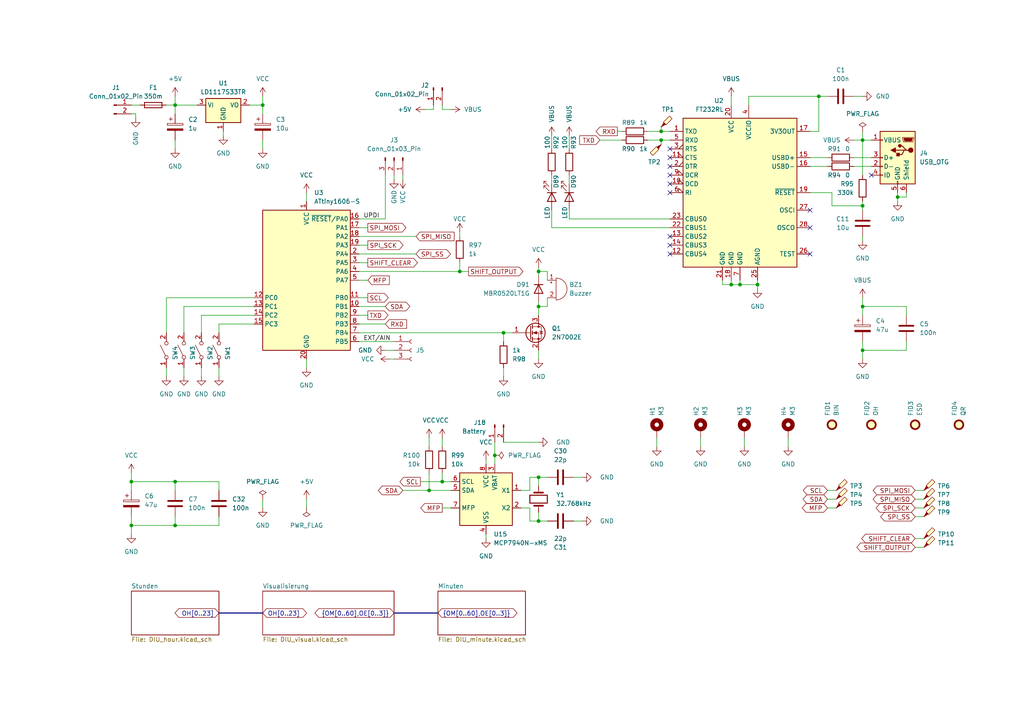
<source format=kicad_sch>
(kicad_sch (version 20230121) (generator eeschema)
  (paper "A4")
  (title_block (title "${acronym} - ${title}") (date "${date}") (rev "${revision}") (company "${company}") (comment 1 "${creator}") (comment 2 "${license}"))
  (junction (at 76.2 30.48))
  (junction (at 156.21 138.43))
  (junction (at 250.19 101.6))
  (junction (at 156.21 88.9))
  (junction (at 250.19 40.64))
  (junction (at 250.19 59.69))
  (junction (at 260.35 57.15))
  (junction (at 156.21 151.13))
  (junction (at 124.46 142.24))
  (junction (at 50.8 30.48))
  (junction (at 191.77 38.1))
  (junction (at 156.21 78.74))
  (junction (at 250.19 88.9))
  (junction (at 143.51 132.08))
  (junction (at 133.35 78.74))
  (junction (at 191.77 40.64))
  (junction (at 50.8 139.7))
  (junction (at 237.49 27.94))
  (junction (at 146.05 96.52))
  (junction (at 128.27 139.7))
  (junction (at 50.8 152.4))
  (junction (at 219.71 82.55))
  (junction (at 38.1 139.7))
  (junction (at 38.1 152.4))
  (junction (at 214.63 82.55))
  (junction (at 212.09 82.55))
  (no_connect (at 194.31 71.12))
  (no_connect (at 194.31 68.58))
  (no_connect (at 234.95 66.04))
  (no_connect (at 194.31 53.34))
  (no_connect (at 194.31 55.88))
  (no_connect (at 194.31 43.18))
  (no_connect (at 194.31 48.26))
  (no_connect (at 194.31 45.72))
  (no_connect (at 234.95 73.66))
  (no_connect (at 234.95 60.96))
  (no_connect (at 194.31 73.66))
  (no_connect (at 252.73 50.8))
  (no_connect (at 194.31 50.8))
  (wire (pts (xy 63.5 106.68) (xy 63.5 109.22)))
  (wire (pts (xy 133.35 78.74) (xy 135.89 78.74)))
  (wire (pts (xy 124.46 127) (xy 124.46 129.54)))
  (wire (pts (xy 156.21 77.47) (xy 156.21 78.74)))
  (wire (pts (xy 209.55 82.55) (xy 212.09 82.55)))
  (wire (pts (xy 240.03 142.24) (xy 242.57 142.24)))
  (wire (pts (xy 38.1 30.48) (xy 40.64 30.48)))
  (wire (pts (xy 128.27 127) (xy 128.27 129.54)))
  (wire (pts (xy 234.95 38.1) (xy 237.49 38.1)))
  (wire (pts (xy 146.05 128.27) (xy 156.21 128.27)))
  (wire (pts (xy 265.43 142.24) (xy 267.97 142.24)))
  (bus (pts (xy 114.3 177.8) (xy 127 177.8)))
  (wire (pts (xy 237.49 27.94) (xy 217.17 27.94)))
  (wire (pts (xy 250.19 101.6) (xy 250.19 99.06)))
  (wire (pts (xy 187.96 40.64) (xy 191.77 40.64)))
  (wire (pts (xy 38.1 137.16) (xy 38.1 139.7)))
  (wire (pts (xy 165.1 53.34) (xy 165.1 50.8)))
  (wire (pts (xy 38.1 149.86) (xy 38.1 152.4)))
  (wire (pts (xy 125.73 30.48) (xy 125.73 31.75)))
  (wire (pts (xy 250.19 40.64) (xy 252.73 40.64)))
  (wire (pts (xy 128.27 30.48) (xy 128.27 31.75)))
  (wire (pts (xy 104.14 93.98) (xy 111.76 93.98)))
  (wire (pts (xy 247.65 45.72) (xy 252.73 45.72)))
  (wire (pts (xy 53.34 106.68) (xy 53.34 109.22)))
  (wire (pts (xy 250.19 86.36) (xy 250.19 88.9)))
  (wire (pts (xy 151.13 147.32) (xy 153.67 147.32)))
  (wire (pts (xy 88.9 55.88) (xy 88.9 58.42)))
  (wire (pts (xy 212.09 27.94) (xy 212.09 30.48)))
  (wire (pts (xy 50.8 30.48) (xy 57.15 30.48)))
  (wire (pts (xy 191.77 38.1) (xy 194.31 38.1)))
  (wire (pts (xy 156.21 138.43) (xy 158.75 138.43)))
  (wire (pts (xy 165.1 43.18) (xy 165.1 39.37)))
  (wire (pts (xy 234.95 55.88) (xy 241.3 55.88)))
  (wire (pts (xy 212.09 82.55) (xy 214.63 82.55)))
  (wire (pts (xy 240.03 27.94) (xy 237.49 27.94)))
  (wire (pts (xy 73.66 91.44) (xy 58.42 91.44)))
  (wire (pts (xy 260.35 55.88) (xy 260.35 57.15)))
  (wire (pts (xy 250.19 88.9) (xy 250.19 91.44)))
  (wire (pts (xy 111.76 50.8) (xy 111.76 63.5)))
  (wire (pts (xy 76.2 144.78) (xy 76.2 147.32)))
  (wire (pts (xy 179.07 38.1) (xy 180.34 38.1)))
  (wire (pts (xy 203.2 127) (xy 203.2 129.54)))
  (wire (pts (xy 38.1 152.4) (xy 50.8 152.4)))
  (wire (pts (xy 104.14 73.66) (xy 120.65 73.66)))
  (wire (pts (xy 140.97 133.35) (xy 140.97 134.62)))
  (wire (pts (xy 158.75 78.74) (xy 156.21 78.74)))
  (wire (pts (xy 128.27 139.7) (xy 130.81 139.7)))
  (wire (pts (xy 123.19 31.75) (xy 125.73 31.75)))
  (wire (pts (xy 76.2 27.94) (xy 76.2 30.48)))
  (wire (pts (xy 116.84 142.24) (xy 124.46 142.24)))
  (wire (pts (xy 73.66 86.36) (xy 48.26 86.36)))
  (wire (pts (xy 88.9 144.78) (xy 88.9 147.32)))
  (wire (pts (xy 250.19 101.6) (xy 250.19 104.14)))
  (wire (pts (xy 111.76 101.6) (xy 114.3 101.6)))
  (wire (pts (xy 116.84 50.8) (xy 116.84 52.07)))
  (wire (pts (xy 156.21 88.9) (xy 156.21 91.44)))
  (wire (pts (xy 265.43 158.75) (xy 267.97 158.75)))
  (wire (pts (xy 250.19 38.1) (xy 250.19 40.64)))
  (wire (pts (xy 234.95 48.26) (xy 240.03 48.26)))
  (wire (pts (xy 214.63 82.55) (xy 219.71 82.55)))
  (wire (pts (xy 219.71 82.55) (xy 219.71 83.82)))
  (wire (pts (xy 114.3 50.8) (xy 114.3 52.07)))
  (wire (pts (xy 58.42 106.68) (xy 58.42 109.22)))
  (wire (pts (xy 64.77 38.1) (xy 64.77 39.37)))
  (wire (pts (xy 156.21 78.74) (xy 156.21 80.01)))
  (wire (pts (xy 241.3 55.88) (xy 241.3 59.69)))
  (wire (pts (xy 250.19 27.94) (xy 247.65 27.94)))
  (wire (pts (xy 104.14 91.44) (xy 106.68 91.44)))
  (wire (pts (xy 39.37 34.29) (xy 39.37 33.02)))
  (wire (pts (xy 237.49 38.1) (xy 237.49 27.94)))
  (wire (pts (xy 209.55 81.28) (xy 209.55 82.55)))
  (wire (pts (xy 190.5 127) (xy 190.5 129.54)))
  (wire (pts (xy 104.14 71.12) (xy 106.68 71.12)))
  (wire (pts (xy 76.2 40.64) (xy 76.2 43.18)))
  (wire (pts (xy 73.66 88.9) (xy 53.34 88.9)))
  (wire (pts (xy 143.51 132.08) (xy 143.51 134.62)))
  (wire (pts (xy 191.77 40.64) (xy 194.31 40.64)))
  (wire (pts (xy 38.1 139.7) (xy 50.8 139.7)))
  (wire (pts (xy 262.89 88.9) (xy 250.19 88.9)))
  (wire (pts (xy 104.14 99.06) (xy 114.3 99.06)))
  (wire (pts (xy 247.65 48.26) (xy 252.73 48.26)))
  (wire (pts (xy 247.65 40.64) (xy 250.19 40.64)))
  (wire (pts (xy 250.19 68.58) (xy 250.19 69.85)))
  (wire (pts (xy 156.21 151.13) (xy 158.75 151.13)))
  (wire (pts (xy 38.1 142.24) (xy 38.1 139.7)))
  (wire (pts (xy 63.5 93.98) (xy 73.66 93.98)))
  (wire (pts (xy 104.14 81.28) (xy 106.68 81.28)))
  (wire (pts (xy 265.43 144.78) (xy 267.97 144.78)))
  (wire (pts (xy 146.05 96.52) (xy 146.05 99.06)))
  (wire (pts (xy 160.02 66.04) (xy 160.02 60.96)))
  (wire (pts (xy 160.02 43.18) (xy 160.02 39.37)))
  (wire (pts (xy 50.8 27.94) (xy 50.8 30.48)))
  (wire (pts (xy 72.39 30.48) (xy 76.2 30.48)))
  (wire (pts (xy 194.31 66.04) (xy 160.02 66.04)))
  (wire (pts (xy 228.6 127) (xy 228.6 129.54)))
  (wire (pts (xy 156.21 138.43) (xy 156.21 140.97)))
  (wire (pts (xy 113.03 104.14) (xy 114.3 104.14)))
  (wire (pts (xy 48.26 86.36) (xy 48.26 96.52)))
  (wire (pts (xy 104.14 63.5) (xy 111.76 63.5)))
  (wire (pts (xy 260.35 57.15) (xy 262.89 57.15)))
  (wire (pts (xy 153.67 138.43) (xy 153.67 142.24)))
  (wire (pts (xy 146.05 96.52) (xy 148.59 96.52)))
  (wire (pts (xy 158.75 78.74) (xy 158.75 81.28)))
  (wire (pts (xy 265.43 149.86) (xy 267.97 149.86)))
  (wire (pts (xy 50.8 40.64) (xy 50.8 43.18)))
  (wire (pts (xy 50.8 149.86) (xy 50.8 152.4)))
  (wire (pts (xy 63.5 149.86) (xy 63.5 152.4)))
  (wire (pts (xy 265.43 156.21) (xy 267.97 156.21)))
  (wire (pts (xy 214.63 81.28) (xy 214.63 82.55)))
  (wire (pts (xy 240.03 147.32) (xy 242.57 147.32)))
  (wire (pts (xy 128.27 147.32) (xy 130.81 147.32)))
  (wire (pts (xy 260.35 57.15) (xy 260.35 58.42)))
  (wire (pts (xy 58.42 91.44) (xy 58.42 96.52)))
  (wire (pts (xy 130.81 31.75) (xy 128.27 31.75)))
  (wire (pts (xy 166.37 151.13) (xy 168.91 151.13)))
  (wire (pts (xy 187.96 38.1) (xy 191.77 38.1)))
  (wire (pts (xy 50.8 139.7) (xy 63.5 139.7)))
  (wire (pts (xy 38.1 152.4) (xy 38.1 154.94)))
  (wire (pts (xy 104.14 88.9) (xy 111.76 88.9)))
  (wire (pts (xy 250.19 59.69) (xy 250.19 60.96)))
  (wire (pts (xy 104.14 66.04) (xy 106.68 66.04)))
  (wire (pts (xy 63.5 96.52) (xy 63.5 93.98)))
  (wire (pts (xy 156.21 148.59) (xy 156.21 151.13)))
  (wire (pts (xy 50.8 139.7) (xy 50.8 142.24)))
  (wire (pts (xy 133.35 68.58) (xy 133.35 67.31)))
  (wire (pts (xy 219.71 81.28) (xy 219.71 82.55)))
  (wire (pts (xy 173.99 40.64) (xy 180.34 40.64)))
  (wire (pts (xy 165.1 60.96) (xy 165.1 63.5)))
  (wire (pts (xy 53.34 88.9) (xy 53.34 96.52)))
  (wire (pts (xy 76.2 30.48) (xy 76.2 33.02)))
  (wire (pts (xy 166.37 138.43) (xy 168.91 138.43)))
  (wire (pts (xy 153.67 147.32) (xy 153.67 151.13)))
  (wire (pts (xy 215.9 127) (xy 215.9 129.54)))
  (wire (pts (xy 217.17 27.94) (xy 217.17 30.48)))
  (wire (pts (xy 160.02 53.34) (xy 160.02 50.8)))
  (wire (pts (xy 128.27 137.16) (xy 128.27 139.7)))
  (wire (pts (xy 262.89 91.44) (xy 262.89 88.9)))
  (wire (pts (xy 88.9 104.14) (xy 88.9 106.68)))
  (wire (pts (xy 265.43 147.32) (xy 267.97 147.32)))
  (wire (pts (xy 153.67 138.43) (xy 156.21 138.43)))
  (wire (pts (xy 48.26 30.48) (xy 50.8 30.48)))
  (wire (pts (xy 156.21 101.6) (xy 156.21 104.14)))
  (wire (pts (xy 104.14 96.52) (xy 146.05 96.52)))
  (wire (pts (xy 124.46 137.16) (xy 124.46 142.24)))
  (wire (pts (xy 212.09 81.28) (xy 212.09 82.55)))
  (wire (pts (xy 234.95 45.72) (xy 240.03 45.72)))
  (wire (pts (xy 143.51 128.27) (xy 143.51 132.08)))
  (wire (pts (xy 124.46 142.24) (xy 130.81 142.24)))
  (wire (pts (xy 240.03 144.78) (xy 242.57 144.78)))
  (wire (pts (xy 133.35 76.2) (xy 133.35 78.74)))
  (wire (pts (xy 104.14 78.74) (xy 133.35 78.74)))
  (wire (pts (xy 194.31 63.5) (xy 165.1 63.5)))
  (wire (pts (xy 250.19 58.42) (xy 250.19 59.69)))
  (wire (pts (xy 63.5 139.7) (xy 63.5 142.24)))
  (wire (pts (xy 262.89 99.06) (xy 262.89 101.6)))
  (wire (pts (xy 156.21 88.9) (xy 156.21 87.63)))
  (wire (pts (xy 48.26 106.68) (xy 48.26 109.22)))
  (wire (pts (xy 191.77 41.91) (xy 191.77 40.64)))
  (wire (pts (xy 39.37 33.02) (xy 38.1 33.02)))
  (wire (pts (xy 140.97 154.94) (xy 140.97 156.21)))
  (wire (pts (xy 158.75 86.36) (xy 158.75 88.9)))
  (wire (pts (xy 262.89 101.6) (xy 250.19 101.6)))
  (wire (pts (xy 250.19 40.64) (xy 250.19 50.8)))
  (wire (pts (xy 158.75 88.9) (xy 156.21 88.9)))
  (wire (pts (xy 153.67 151.13) (xy 156.21 151.13)))
  (wire (pts (xy 104.14 76.2) (xy 106.68 76.2)))
  (wire (pts (xy 104.14 86.36) (xy 106.68 86.36)))
  (wire (pts (xy 191.77 36.83) (xy 191.77 38.1)))
  (wire (pts (xy 50.8 30.48) (xy 50.8 33.02)))
  (wire (pts (xy 241.3 59.69) (xy 250.19 59.69)))
  (wire (pts (xy 50.8 152.4) (xy 63.5 152.4)))
  (wire (pts (xy 151.13 142.24) (xy 153.67 142.24)))
  (wire (pts (xy 146.05 106.68) (xy 146.05 109.22)))
  (wire (pts (xy 262.89 55.88) (xy 262.89 57.15)))
  (wire (pts (xy 104.14 68.58) (xy 120.65 68.58)))
  (bus (pts (xy 63.5 177.8) (xy 76.2 177.8)))
  (wire (pts (xy 121.92 139.7) (xy 128.27 139.7)))
  (label "EXT{slash}AIN" (at 105.41 99.06 0))
  (label "UPDI" (at 105.41 63.5 0))
  (global_label "SPI_MOSI" (shape bidirectional) (at 265.43 142.24 180) (property "Intersheetrefs" "${INTERSHEET_REFS}" (effects hide)))
  (global_label "TXD" (shape input) (at 173.99 40.64 180) (property "Intersheetrefs" "${INTERSHEET_REFS}" (effects hide)))
  (global_label "TXD" (shape output) (at 106.68 91.44 0) (property "Intersheetrefs" "${INTERSHEET_REFS}" (effects hide)))
  (global_label "SDA" (shape bidirectional) (at 111.76 88.9 0) (property "Intersheetrefs" "${INTERSHEET_REFS}" (effects hide)))
  (global_label "OH[0..23]" (shape bidirectional) (at 76.2 177.8 0) (property "Intersheetrefs" "${INTERSHEET_REFS}" (effects hide)))
  (global_label "SPI_SCK" (shape bidirectional) (at 265.43 147.32 180) (property "Intersheetrefs" "${INTERSHEET_REFS}" (effects hide)))
  (global_label "SPI_SCK" (shape output) (at 106.68 71.12 0) (property "Intersheetrefs" "${INTERSHEET_REFS}" (effects hide)))
  (global_label "RXD" (shape output) (at 179.07 38.1 180) (property "Intersheetrefs" "${INTERSHEET_REFS}" (effects hide)))
  (global_label "{OM[0..60],OE[0..3]}" (shape bidirectional) (at 127 177.8 0) (property "Intersheetrefs" "${INTERSHEET_REFS}" (effects hide)))
  (global_label "MFP" (shape input) (at 106.68 81.28 0) (property "Intersheetrefs" "${INTERSHEET_REFS}" (effects hide)))
  (global_label "SPI_MISO" (shape bidirectional) (at 265.43 144.78 180) (property "Intersheetrefs" "${INTERSHEET_REFS}" (effects hide)))
  (global_label "{OM[0..60],OE[0..3]}" (shape bidirectional) (at 114.3 177.8 180) (property "Intersheetrefs" "${INTERSHEET_REFS}" (effects hide)))
  (global_label "SCL" (shape output) (at 106.68 86.36 0) (property "Intersheetrefs" "${INTERSHEET_REFS}" (effects hide)))
  (global_label "MFP" (shape bidirectional) (at 240.03 147.32 180) (property "Intersheetrefs" "${INTERSHEET_REFS}" (effects hide)))
  (global_label "SDA" (shape bidirectional) (at 240.03 144.78 180) (property "Intersheetrefs" "${INTERSHEET_REFS}" (effects hide)))
  (global_label "SHIFT_OUTPUT" (shape output) (at 135.89 78.74 0) (property "Intersheetrefs" "${INTERSHEET_REFS}" (effects hide)))
  (global_label "SHIFT_CLEAR" (shape output) (at 106.68 76.2 0) (property "Intersheetrefs" "${INTERSHEET_REFS}" (effects hide)))
  (global_label "RXD" (shape input) (at 111.76 93.98 0) (property "Intersheetrefs" "${INTERSHEET_REFS}" (effects hide)))
  (global_label "OH[0..23]" (shape bidirectional) (at 63.5 177.8 180) (property "Intersheetrefs" "${INTERSHEET_REFS}" (effects hide)))
  (global_label "SCL" (shape output) (at 121.92 139.7 180) (property "Intersheetrefs" "${INTERSHEET_REFS}" (effects hide)))
  (global_label "SDA" (shape bidirectional) (at 116.84 142.24 180) (property "Intersheetrefs" "${INTERSHEET_REFS}" (effects hide)))
  (global_label "SCL" (shape bidirectional) (at 240.03 142.24 180) (property "Intersheetrefs" "${INTERSHEET_REFS}" (effects hide)))
  (global_label "SPI_SS" (shape bidirectional) (at 120.65 73.66 0) (property "Intersheetrefs" "${INTERSHEET_REFS}" (effects hide)))
  (global_label "SHIFT_OUTPUT" (shape bidirectional) (at 265.43 158.75 180) (property "Intersheetrefs" "${INTERSHEET_REFS}" (effects hide)))
  (global_label "SHIFT_CLEAR" (shape bidirectional) (at 265.43 156.21 180) (property "Intersheetrefs" "${INTERSHEET_REFS}" (effects hide)))
  (global_label "MFP" (shape output) (at 128.27 147.32 180) (property "Intersheetrefs" "${INTERSHEET_REFS}" (effects hide)))
  (global_label "SPI_MISO" (shape input) (at 120.65 68.58 0) (property "Intersheetrefs" "${INTERSHEET_REFS}" (effects hide)))
  (global_label "SPI_SS" (shape bidirectional) (at 265.43 149.86 180) (property "Intersheetrefs" "${INTERSHEET_REFS}" (effects hide)))
  (global_label "SPI_MOSI" (shape output) (at 106.68 66.04 0) (property "Intersheetrefs" "${INTERSHEET_REFS}" (effects hide)))
  (symbol (lib_id "power:VCC") (at 116.84 52.07 180) (unit 1)
    (property "Reference" "#PWR0103" (effects hide))
    (property "Value" "VCC" (at 116.84 57.15 90))
  )
  (symbol (lib_id "Device:C_Polarized") (at 250.19 95.25 0) (unit 1)
    (property "Reference" "C4" (at 254 93.091 0) (effects (justify left)))
    (property "Value" "47u" (at 254 95.631 0) (effects (justify left)))
    (property "Footprint" "Capacitor_Tantalum_SMD:CP_EIA-6032-15_Kemet-U" (effects hide))
    (property "Vendor" "HTL" (effects hide))
    (property "VendorId" "102856" (effects hide))
  )
  (symbol (lib_id "Device:C") (at 63.5 146.05 0) (mirror y) (unit 1)
    (property "Reference" "C32" (at 67.31 144.78 0) (effects (justify right)))
    (property "Value" "100n" (at 67.31 147.32 0) (effects (justify right)))
    (property "Footprint" "Capacitor_SMD:C_0603_1608Metric" (effects hide))
    (property "Vendor" "HTL" (effects hide))
    (property "VendorId" "103250" (effects hide))
  )
  (symbol (lib_id "Connector:USB_OTG") (at 260.35 45.72 0) (mirror y) (unit 1)
    (property "Reference" "J4" (at 266.7 44.45 0) (effects (justify right)))
    (property "Value" "USB_OTG" (at 266.7 46.99 0) (effects (justify right)))
    (property "Footprint" "Connector_USB:USB_Mini-B_Tensility_54-00023_Vertical" (effects hide))
    (property "Datasheet" " ~" (effects hide))
    (property "Vendor" "HTL" (effects hide))
    (property "VendorId" "103441" (effects hide))
  )
  (symbol (lib_id "power:GND") (at 76.2 147.32 0) (unit 1)
    (property "Reference" "#PWR0125" (effects hide))
    (property "Value" "GND" (at 76.2 152.4 0))
  )
  (symbol (lib_id "power:PWR_FLAG") (at 76.2 144.78 0) (unit 1)
    (property "Reference" "#FLG02" (effects hide))
    (property "Value" "PWR_FLAG" (at 76.2 139.7 0))
  )
  (symbol (lib_id "Device:Buzzer") (at 161.29 83.82 0) (unit 1)
    (property "Reference" "BZ1" (at 165.1 82.55 0) (effects (justify left)))
    (property "Value" "Buzzer" (at 165.1 85.09 0) (effects (justify left)))
    (property "Footprint" "Buzzer_Beeper:MagneticBuzzer_ProSignal_ABT-410-RC" (effects hide))
    (property "Vendor" "HTL" (effects hide))
    (property "VendorId" "102851" (effects hide))
  )
  (symbol (lib_id "Connector:TestPoint_Probe") (at 191.77 36.83 0) (unit 1)
    (property "Reference" "TP1" (at 195.58 31.75 0) (effects (justify right)))
    (property "Value" "TestPoint_Probe" (effects hide))
    (property "Footprint" "TestPoint:TestPoint_Pad_D1.0mm" (effects hide))
  )
  (symbol (lib_id "power:GND") (at 111.76 101.6 270) (unit 1)
    (property "Reference" "#PWR0111" (effects hide))
    (property "Value" "GND" (at 107.95 101.6 90) (effects (justify right)))
  )
  (symbol (lib_id "Device:C") (at 243.84 27.94 90) (mirror x) (unit 1)
    (property "Reference" "C1" (at 243.84 20.32 90))
    (property "Value" "100n" (at 243.84 22.86 90))
    (property "Footprint" "Capacitor_SMD:C_0603_1608Metric" (effects hide))
    (property "Vendor" "HTL" (effects hide))
    (property "VendorId" "103250" (effects hide))
  )
  (symbol (lib_id "MCU_Microchip_ATtiny:ATtiny406-S") (at 88.9 81.28 0) (unit 1)
    (property "Reference" "U3" (at 91.0941 55.88 0) (effects (justify left)))
    (property "Value" "ATtiny1606-S" (at 91.0941 58.42 0) (effects (justify left)))
    (property "Footprint" "Package_SO:SOIC-20W_7.5x12.8mm_P1.27mm" (effects hide))
    (property "Datasheet" "http://ww1.microchip.com/downloads/en/DeviceDoc/Microchip%208bit%20mcu%20AVR%20ATtiny406%20data%20sheet%2040001976A.pdf" (effects hide))
    (property "Vendor" "HTL" (effects hide))
    (property "VendorId" "103450" (effects hide))
  )
  (symbol (lib_id "power:GND") (at 168.91 138.43 90) (unit 1)
    (property "Reference" "#PWR0161" (effects hide))
    (property "Value" "GND" (at 173.99 138.43 90) (effects (justify right)))
  )
  (symbol (lib_id "power:GND") (at 38.1 154.94 0) (unit 1)
    (property "Reference" "#PWR0126" (effects hide))
    (property "Value" "GND" (at 38.1 160.02 0))
  )
  (symbol (lib_id "Connector:TestPoint_Probe") (at 267.97 144.78 0) (unit 1)
    (property "Reference" "TP7" (at 275.59 143.51 0) (effects (justify right)))
    (property "Value" "TestPoint_Probe" (effects hide))
    (property "Footprint" "TestPoint:TestPoint_Pad_D1.0mm" (effects hide))
  )
  (symbol (lib_id "Connector:TestPoint_Probe") (at 267.97 142.24 0) (unit 1)
    (property "Reference" "TP6" (at 275.59 140.97 0) (effects (justify right)))
    (property "Value" "TestPoint_Probe" (effects hide))
    (property "Footprint" "TestPoint:TestPoint_Pad_D1.0mm" (effects hide))
  )
  (symbol (lib_id "power:VBUS") (at 130.81 31.75 270) (unit 1)
    (property "Reference" "#PWR094" (effects hide))
    (property "Value" "VBUS" (at 134.62 31.75 90) (effects (justify left)))
  )
  (symbol (lib_id "power:GND") (at 64.77 39.37 0) (unit 1)
    (property "Reference" "#PWR096" (effects hide))
    (property "Value" "GND" (at 64.77 44.45 0))
  )
  (symbol (lib_id "power:GND") (at 88.9 106.68 0) (unit 1)
    (property "Reference" "#PWR0114" (effects hide))
    (property "Value" "GND" (at 88.9 111.76 0))
  )
  (symbol (lib_id "Device:C") (at 250.19 64.77 0) (mirror x) (unit 1)
    (property "Reference" "C11" (at 246.38 63.5 0) (effects (justify right)))
    (property "Value" "10u" (at 246.38 66.04 0) (effects (justify right)))
    (property "Footprint" "Capacitor_SMD:C_0603_1608Metric" (effects hide))
    (property "Vendor" "HTL" (effects hide))
    (property "VendorId" "100137" (effects hide))
  )
  (symbol (lib_id "power:GND") (at 190.5 129.54 0) (unit 1)
    (property "Reference" "#PWR0121" (effects hide))
    (property "Value" "GND" (at 190.5 134.62 0))
  )
  (symbol (lib_id "Switch:SW_SPST") (at 48.26 101.6 90) (unit 1)
    (property "Reference" "SW4" (at 50.8 100.33 0) (effects (justify right)))
    (property "Value" "SW_SPST" (effects hide))
    (property "Footprint" "Button_Switch_SMD:SW_SPST_PTS645" (effects hide))
    (property "Vendor" "HTL" (effects hide))
    (property "VendorId" "101614" (effects hide))
  )
  (symbol (lib_id "Interface_USB:FT232RL") (at 214.63 55.88 0) (mirror y) (unit 1)
    (property "Reference" "U2" (at 209.8959 29.21 0) (effects (justify left)))
    (property "Value" "FT232RL" (at 209.8959 31.75 0) (effects (justify left)))
    (property "Footprint" "Package_SO:SSOP-28_5.3x10.2mm_P0.65mm" (effects hide))
    (property "Datasheet" "https://www.ftdichip.com/Support/Documents/DataSheets/ICs/DS_FT232R.pdf" (effects hide))
    (property "Vendor" "HTL" (effects hide))
    (property "VendorId" "103271" (effects hide))
  )
  (symbol (lib_id "Transistor_FET:2N7002E") (at 153.67 96.52 0) (unit 1)
    (property "Reference" "Q1" (at 160.02 95.25 0) (effects (justify left)))
    (property "Value" "2N7002E" (at 160.02 97.79 0) (effects (justify left)))
    (property "Footprint" "Package_TO_SOT_SMD:SOT-23" (effects hide))
    (property "Datasheet" "http://www.diodes.com/assets/Datasheets/ds30376.pdf" (effects hide))
    (property "Vendor" "HTL" (effects hide))
    (property "VendorId" "103443" (effects hide))
  )
  (symbol (lib_id "power:VBUS") (at 160.02 39.37 0) (unit 1)
    (property "Reference" "#PWR097" (effects hide))
    (property "Value" "VBUS" (at 160.02 33.02 90))
  )
  (symbol (lib_id "power:PWR_FLAG") (at 88.9 147.32 180) (unit 1)
    (property "Reference" "#FLG03" (effects hide))
    (property "Value" "PWR_FLAG" (at 88.9 152.4 0))
  )
  (symbol (lib_id "Connector:TestPoint_Probe") (at 242.57 147.32 0) (unit 1)
    (property "Reference" "TP5" (at 250.19 146.05 0) (effects (justify right)))
    (property "Value" "TestPoint_Probe" (effects hide))
    (property "Footprint" "TestPoint:TestPoint_Pad_D1.0mm" (effects hide))
  )
  (symbol (lib_id "power:VBUS") (at 247.65 40.64 90) (unit 1)
    (property "Reference" "#PWR099" (effects hide))
    (property "Value" "VBUS" (at 243.84 40.64 90) (effects (justify left)))
  )
  (symbol (lib_id "Device:C_Polarized") (at 50.8 36.83 0) (unit 1)
    (property "Reference" "C2" (at 54.61 34.671 0) (effects (justify left)))
    (property "Value" "1u" (at 54.61 37.211 0) (effects (justify left)))
    (property "Footprint" "Capacitor_Tantalum_SMD:CP_EIA-3528-21_Kemet-B" (effects hide))
    (property "Vendor" "HTL" (effects hide))
    (property "VendorId" "100139" (effects hide))
  )
  (symbol (lib_id "power:GND") (at 50.8 43.18 0) (unit 1)
    (property "Reference" "#PWR0100" (effects hide))
    (property "Value" "GND" (at 50.8 48.26 0))
  )
  (symbol (lib_id "power:VBUS") (at 212.09 27.94 0) (unit 1)
    (property "Reference" "#PWR091" (effects hide))
    (property "Value" "VBUS" (at 212.09 22.86 0))
  )
  (symbol (lib_id "Connector:Conn_01x03_Pin") (at 114.3 45.72 270) (unit 1)
    (property "Reference" "J3" (at 114.3 40.64 90))
    (property "Value" "Conn_01x03_Pin" (at 114.3 43.18 90))
    (property "Footprint" "Connector_PinHeader_2.54mm:PinHeader_1x03_P2.54mm_Vertical" (effects hide))
    (property "Vendor" "HTL" (effects hide))
    (property "VendorId" "101521" (effects hide))
  )
  (symbol (lib_id "Connector:TestPoint_Probe") (at 242.57 144.78 0) (unit 1)
    (property "Reference" "TP4" (at 250.19 143.51 0) (effects (justify right)))
    (property "Value" "TestPoint_Probe" (effects hide))
    (property "Footprint" "TestPoint:TestPoint_Pad_D1.0mm" (effects hide))
  )
  (symbol (lib_id "power:PWR_FLAG") (at 143.51 132.08 270) (unit 1)
    (property "Reference" "#FLG04" (effects hide))
    (property "Value" "PWR_FLAG" (at 147.32 132.08 90) (effects (justify left)))
  )
  (symbol (lib_id "power:VCC") (at 76.2 27.94 0) (unit 1)
    (property "Reference" "#PWR090" (effects hide))
    (property "Value" "VCC" (at 76.2 22.86 0))
  )
  (symbol (lib_id "power:GND") (at 250.19 104.14 0) (unit 1)
    (property "Reference" "#PWR0113" (effects hide))
    (property "Value" "GND" (at 250.19 109.22 0))
  )
  (symbol (lib_id "Device:Fuse") (at 44.45 30.48 90) (unit 1)
    (property "Reference" "F1" (at 44.45 25.4 90))
    (property "Value" "350m" (at 44.45 27.94 90))
    (property "Footprint" "Fuse:Fuse_1206_3216Metric_Pad1.42x1.75mm_HandSolder" (effects hide))
    (property "Vendor" "HTL" (effects hide))
    (property "VendorId" "101639" (effects hide))
  )
  (symbol (lib_id "power:GND") (at 48.26 109.22 0) (unit 1)
    (property "Reference" "#PWR0116" (effects hide))
    (property "Value" "GND" (at 48.26 114.3 0))
  )
  (symbol (lib_id "Connector:Conn_01x02_Pin") (at 33.02 30.48 0) (unit 1)
    (property "Reference" "J1" (at 33.655 25.4 0))
    (property "Value" "Conn_01x02_Pin" (at 33.655 27.94 0))
    (property "Footprint" "Connector_PinHeader_2.54mm:PinHeader_1x02_P2.54mm_Vertical" (effects hide))
    (property "Vendor" "HTL" (effects hide))
    (property "VendorId" "101521" (effects hide))
  )
  (symbol (lib_id "Device:R") (at 160.02 46.99 180) (unit 1)
    (property "Reference" "R92" (at 161.29 39.37 90) (effects (justify left)))
    (property "Value" "100" (at 158.75 39.37 90) (effects (justify left)))
    (property "Footprint" "Resistor_SMD:R_0603_1608Metric" (effects hide))
    (property "Vendor" "HTL" (effects hide))
    (property "VendorId" "103164" (effects hide))
  )
  (symbol (lib_id "Connector:TestPoint_Probe") (at 242.57 142.24 0) (unit 1)
    (property "Reference" "TP3" (at 250.19 140.97 0) (effects (justify right)))
    (property "Value" "TestPoint_Probe" (effects hide))
    (property "Footprint" "TestPoint:TestPoint_Pad_D1.0mm" (effects hide))
  )
  (symbol (lib_id "power:+5V") (at 123.19 31.75 90) (unit 1)
    (property "Reference" "#PWR093" (effects hide))
    (property "Value" "+5V" (at 119.38 31.75 90) (effects (justify left)))
  )
  (symbol (lib_id "power:GND") (at 140.97 156.21 0) (unit 1)
    (property "Reference" "#PWR0163" (effects hide))
    (property "Value" "GND" (at 140.97 161.29 0))
  )
  (symbol (lib_id "Device:C") (at 262.89 95.25 0) (mirror y) (unit 1)
    (property "Reference" "C5" (at 266.7 93.98 0) (effects (justify right)))
    (property "Value" "100n" (at 266.7 96.52 0) (effects (justify right)))
    (property "Footprint" "Capacitor_SMD:C_1206_3216Metric" (effects hide))
    (property "Vendor" "HTL" (effects hide))
    (property "VendorId" "100128" (effects hide))
  )
  (symbol (lib_id "power:VBUS") (at 165.1 39.37 0) (unit 1)
    (property "Reference" "#PWR098" (effects hide))
    (property "Value" "VBUS" (at 165.1 33.02 90))
  )
  (symbol (lib_id "Device:R") (at 165.1 46.99 180) (unit 1)
    (property "Reference" "R93" (at 166.37 39.37 90) (effects (justify left)))
    (property "Value" "100" (at 163.83 39.37 90) (effects (justify left)))
    (property "Footprint" "Resistor_SMD:R_0603_1608Metric" (effects hide))
    (property "Vendor" "HTL" (effects hide))
    (property "VendorId" "103164" (effects hide))
  )
  (symbol (lib_id "power:GND") (at 168.91 151.13 90) (unit 1)
    (property "Reference" "#PWR0162" (effects hide))
    (property "Value" "GND" (at 173.99 151.13 90) (effects (justify right)))
  )
  (symbol (lib_id "Device:R") (at 128.27 133.35 180) (unit 1)
    (property "Reference" "R99" (at 130.81 132.08 0) (effects (justify right)))
    (property "Value" "10k" (at 130.81 134.62 0) (effects (justify right)))
    (property "Footprint" "Resistor_SMD:R_0603_1608Metric" (effects hide))
    (property "Vendor" "HTL" (effects hide))
    (property "VendorId" "103202" (effects hide))
  )
  (symbol (lib_id "Mechanical:MountingHole_Pad") (at 203.2 124.46 0) (unit 1)
    (property "Reference" "H2" (at 201.93 120.65 90) (effects (justify left)))
    (property "Value" "M3" (at 204.47 120.65 90) (effects (justify left)))
    (property "Footprint" "MountingHole:MountingHole_3.2mm_M3_DIN965_Pad" (effects hide))
    (property "Vendor" "HTL" (effects hide))
    (property "VendorId" "101034, 101382" (effects hide))
  )
  (symbol (lib_id "Device:D") (at 156.21 83.82 270) (unit 1)
    (property "Reference" "D91" (at 153.67 82.55 90) (effects (justify right)))
    (property "Value" "MBR0520LT1G" (at 153.67 85.09 90) (effects (justify right)))
    (property "Footprint" "Diode_SMD:D_SOD-123" (effects hide))
    (property "Sim.Device" "D" (effects hide))
    (property "Sim.Pins" "1=K 2=A" (effects hide))
    (property "Vendor" "HTL" (effects hide))
    (property "VendorId" "103254" (effects hide))
  )
  (symbol (lib_id "power:VCC") (at 140.97 133.35 0) (unit 1)
    (property "Reference" "#PWR0164" (effects hide))
    (property "Value" "VCC" (at 140.97 128.27 0))
  )
  (symbol (lib_id "power:VBUS") (at 250.19 86.36 0) (unit 1)
    (property "Reference" "#PWR0110" (effects hide))
    (property "Value" "VBUS" (at 250.19 81.28 0))
  )
  (symbol (lib_id "Device:C") (at 162.56 138.43 90) (mirror x) (unit 1)
    (property "Reference" "C30" (at 162.56 130.81 90))
    (property "Value" "22p" (at 162.56 133.35 90))
    (property "Footprint" "Capacitor_SMD:C_0603_1608Metric" (effects hide))
    (property "Vendor" "HTL" (effects hide))
    (property "VendorId" "103323" (effects hide))
  )
  (symbol (lib_id "Connector:Conn_01x02_Pin") (at 125.73 25.4 90) (mirror x) (unit 1)
    (property "Reference" "J2" (at 124.46 24.765 90) (effects (justify left)))
    (property "Value" "Conn_01x02_Pin" (at 124.46 27.305 90) (effects (justify left)))
    (property "Footprint" "Connector_PinHeader_2.54mm:PinHeader_1x02_P2.54mm_Vertical" (effects hide))
    (property "Vendor" "HTL" (effects hide))
    (property "VendorId" "101521" (effects hide))
  )
  (symbol (lib_id "power:GND") (at 156.21 104.14 0) (unit 1)
    (property "Reference" "#PWR0115" (effects hide))
    (property "Value" "GND" (at 156.21 109.22 0))
  )
  (symbol (lib_id "Device:Crystal") (at 156.21 144.78 90) (unit 1)
    (property "Reference" "Y1" (at 161.29 143.51 90) (effects (justify right)))
    (property "Value" "32.768kHz" (at 161.29 146.05 90) (effects (justify right)))
    (property "Footprint" "Crystal:Crystal_SMD_3215-2Pin_3.2x1.5mm" (effects hide))
    (property "Vendor" "HTL" (effects hide))
    (property "VendorId" "103447" (effects hide))
  )
  (symbol (lib_id "power:GND") (at 250.19 69.85 0) (unit 1)
    (property "Reference" "#PWR0107" (effects hide))
    (property "Value" "GND" (at 250.19 74.93 0))
  )
  (symbol (lib_id "Connector:Conn_01x03_Socket") (at 119.38 101.6 0) (unit 1)
    (property "Reference" "J5" (at 120.65 101.6 0) (effects (justify left)))
    (property "Value" "Conn_01x03_Socket" (effects hide))
    (property "Footprint" "Connector_PinSocket_2.54mm:PinSocket_1x03_P2.54mm_Vertical" (effects hide))
  )
  (symbol (lib_id "Device:R") (at 184.15 38.1 270) (mirror x) (unit 1)
    (property "Reference" "R89" (at 180.34 35.56 90) (effects (justify left)))
    (property "Value" "1k" (at 185.42 35.56 90) (effects (justify left)))
    (property "Footprint" "Resistor_SMD:R_0603_1608Metric" (effects hide))
    (property "Vendor" "HTL" (effects hide))
    (property "VendorId" "103178" (effects hide))
  )
  (symbol (lib_id "Mechanical:Fiducial") (at 241.3 123.19 0) (unit 1)
    (property "Reference" "FID1" (at 240.03 120.65 90) (effects (justify left)))
    (property "Value" "BIN" (at 242.57 120.65 90) (effects (justify left)))
    (property "Footprint" "Symbol:WEEE-Logo_4.2x6mm_SilkScreen" (effects hide))
  )
  (symbol (lib_id "Device:C_Polarized") (at 38.1 146.05 0) (unit 1)
    (property "Reference" "C6" (at 41.91 143.891 0) (effects (justify left)))
    (property "Value" "47u" (at 41.91 146.431 0) (effects (justify left)))
    (property "Footprint" "Capacitor_Tantalum_SMD:CP_EIA-6032-15_Kemet-U" (effects hide))
    (property "Vendor" "HTL" (effects hide))
    (property "VendorId" "102856" (effects hide))
  )
  (symbol (lib_id "Mechanical:Fiducial") (at 265.43 123.19 0) (unit 1)
    (property "Reference" "FID3" (at 264.16 120.65 90) (effects (justify left)))
    (property "Value" "ESD" (at 266.7 120.65 90) (effects (justify left)))
    (property "Footprint" "Symbol:ESD-Logo_6.6x6mm_SilkScreen" (effects hide))
  )
  (symbol (lib_id "Regulator_Linear:LD1117S33TR_SOT223") (at 64.77 30.48 0) (unit 1)
    (property "Reference" "U1" (at 64.77 24.13 0))
    (property "Value" "LD1117S33TR" (at 64.77 26.67 0))
    (property "Footprint" "Package_TO_SOT_SMD:TO-263-2" (effects hide))
    (property "Datasheet" "http://www.st.com/st-web-ui/static/active/en/resource/technical/document/datasheet/CD00000544.pdf" (effects hide))
    (property "Vendor" "HTL" (effects hide))
    (property "VendorId" "103444" (effects hide))
  )
  (symbol (lib_id "Device:C") (at 50.8 146.05 0) (mirror y) (unit 1)
    (property "Reference" "C7" (at 54.61 144.78 0) (effects (justify right)))
    (property "Value" "100n" (at 54.61 147.32 0) (effects (justify right)))
    (property "Footprint" "Capacitor_SMD:C_1206_3216Metric" (effects hide))
    (property "Vendor" "HTL" (effects hide))
    (property "VendorId" "100128" (effects hide))
  )
  (symbol (lib_id "Mechanical:MountingHole_Pad") (at 190.5 124.46 0) (unit 1)
    (property "Reference" "H1" (at 189.23 120.65 90) (effects (justify left)))
    (property "Value" "M3" (at 191.77 120.65 90) (effects (justify left)))
    (property "Footprint" "MountingHole:MountingHole_3.2mm_M3_DIN965_Pad" (effects hide))
    (property "Vendor" "HTL" (effects hide))
    (property "VendorId" "101034, 101382" (effects hide))
  )
  (symbol (lib_id "power:GND") (at 58.42 109.22 0) (unit 1)
    (property "Reference" "#PWR0118" (effects hide))
    (property "Value" "GND" (at 58.42 114.3 0))
  )
  (symbol (lib_id "power:GND") (at 76.2 43.18 0) (unit 1)
    (property "Reference" "#PWR0101" (effects hide))
    (property "Value" "GND" (at 76.2 48.26 0))
  )
  (symbol (lib_id "power:+5V") (at 50.8 27.94 0) (unit 1)
    (property "Reference" "#PWR089" (effects hide))
    (property "Value" "+5V" (at 50.8 22.86 0))
  )
  (symbol (lib_id "Device:R") (at 124.46 133.35 0) (mirror x) (unit 1)
    (property "Reference" "R100" (at 121.92 132.08 0) (effects (justify right)))
    (property "Value" "10k" (at 121.92 134.62 0) (effects (justify right)))
    (property "Footprint" "Resistor_SMD:R_0603_1608Metric" (effects hide))
    (property "Vendor" "HTL" (effects hide))
    (property "VendorId" "103202" (effects hide))
  )
  (symbol (lib_id "Timer_RTC:MCP7940N-xMS") (at 140.97 144.78 0) (unit 1)
    (property "Reference" "U15" (at 143.1641 154.94 0) (effects (justify left)))
    (property "Value" "MCP7940N-xMS" (at 143.1641 157.48 0) (effects (justify left)))
    (property "Footprint" "Package_SO:SOIC-8_3.9x4.9mm_P1.27mm" (effects hide))
    (property "Datasheet" "http://ww1.microchip.com/downloads/en/DeviceDoc/20005010F.pdf" (effects hide))
    (property "Vendor" "HTL" (effects hide))
    (property "VendorId" "103446" (effects hide))
  )
  (symbol (lib_id "Connector:TestPoint_Probe") (at 267.97 158.75 0) (unit 1)
    (property "Reference" "TP11" (at 276.86 157.48 0) (effects (justify right)))
    (property "Value" "TestPoint_Probe" (effects hide))
    (property "Footprint" "TestPoint:TestPoint_Pad_D1.0mm" (effects hide))
  )
  (symbol (lib_id "power:GND") (at 39.37 34.29 0) (unit 1)
    (property "Reference" "#PWR095" (effects hide))
    (property "Value" "GND" (at 39.37 38.1 90) (effects (justify right)))
  )
  (symbol (lib_id "power:GND") (at 219.71 83.82 0) (unit 1)
    (property "Reference" "#PWR0109" (effects hide))
    (property "Value" "GND" (at 219.71 88.9 0))
  )
  (symbol (lib_id "power:VCC") (at 124.46 127 0) (unit 1)
    (property "Reference" "#PWR0166" (effects hide))
    (property "Value" "VCC" (at 124.46 121.92 0))
  )
  (symbol (lib_id "power:GND") (at 250.19 27.94 90) (mirror x) (unit 1)
    (property "Reference" "#PWR092" (effects hide))
    (property "Value" "GND" (at 254 27.94 90) (effects (justify right)))
  )
  (symbol (lib_id "Device:R") (at 250.19 54.61 0) (mirror x) (unit 1)
    (property "Reference" "R95" (at 247.65 53.34 0) (effects (justify right)))
    (property "Value" "330k" (at 247.65 55.88 0) (effects (justify right)))
    (property "Footprint" "Resistor_SMD:R_0603_1608Metric" (effects hide))
    (property "Vendor" "HTL" (effects hide))
    (property "VendorId" "103238" (effects hide))
  )
  (symbol (lib_id "Connector:TestPoint_Probe") (at 267.97 149.86 0) (unit 1)
    (property "Reference" "TP9" (at 275.59 148.59 0) (effects (justify right)))
    (property "Value" "TestPoint_Probe" (effects hide))
    (property "Footprint" "TestPoint:TestPoint_Pad_D1.0mm" (effects hide))
  )
  (symbol (lib_id "power:GND") (at 228.6 129.54 0) (unit 1)
    (property "Reference" "#PWR0158" (effects hide))
    (property "Value" "GND" (at 228.6 134.62 0))
  )
  (symbol (lib_id "power:GND") (at 63.5 109.22 0) (unit 1)
    (property "Reference" "#PWR0119" (effects hide))
    (property "Value" "GND" (at 63.5 114.3 0))
  )
  (symbol (lib_id "Switch:SW_SPST") (at 53.34 101.6 90) (unit 1)
    (property "Reference" "SW3" (at 55.88 100.33 0) (effects (justify right)))
    (property "Value" "SW_SPST" (effects hide))
    (property "Footprint" "Button_Switch_SMD:SW_SPST_PTS645" (effects hide))
    (property "Vendor" "HTL" (effects hide))
    (property "VendorId" "101614" (effects hide))
  )
  (symbol (lib_id "power:GND") (at 53.34 109.22 0) (unit 1)
    (property "Reference" "#PWR0117" (effects hide))
    (property "Value" "GND" (at 53.34 114.3 0))
  )
  (symbol (lib_id "Mechanical:Fiducial") (at 252.73 123.19 0) (unit 1)
    (property "Reference" "FID2" (at 251.46 120.65 90) (effects (justify left)))
    (property "Value" "OH" (at 254 120.65 90) (effects (justify left)))
    (property "Footprint" "Symbol:OSHW-Logo2_7.3x6mm_SilkScreen" (effects hide))
  )
  (symbol (lib_id "Device:C") (at 162.56 151.13 90) (unit 1)
    (property "Reference" "C31" (at 162.56 158.75 90))
    (property "Value" "22p" (at 162.56 156.21 90))
    (property "Footprint" "Capacitor_SMD:C_0603_1608Metric" (effects hide))
    (property "Vendor" "HTL" (effects hide))
    (property "VendorId" "103323" (effects hide))
  )
  (symbol (lib_id "Device:R") (at 243.84 48.26 270) (unit 1)
    (property "Reference" "R94" (at 240.03 50.8 90) (effects (justify left)))
    (property "Value" "0" (at 245.11 50.8 90) (effects (justify left)))
    (property "Footprint" "Resistor_SMD:R_0603_1608Metric" (effects hide))
    (property "Vendor" "HTL" (effects hide))
    (property "VendorId" "103141" (effects hide))
  )
  (symbol (lib_id "Device:R") (at 184.15 40.64 270) (unit 1)
    (property "Reference" "R90" (at 180.34 43.18 90) (effects (justify left)))
    (property "Value" "1k" (at 185.42 43.18 90) (effects (justify left)))
    (property "Footprint" "Resistor_SMD:R_0603_1608Metric" (effects hide))
    (property "Vendor" "HTL" (effects hide))
    (property "VendorId" "103178" (effects hide))
  )
  (symbol (lib_id "Mechanical:MountingHole_Pad") (at 228.6 124.46 0) (unit 1)
    (property "Reference" "H4" (at 227.33 120.65 90) (effects (justify left)))
    (property "Value" "M3" (at 229.87 120.65 90) (effects (justify left)))
    (property "Footprint" "MountingHole:MountingHole_3.2mm_M3_DIN965_Pad" (effects hide))
    (property "Vendor" "HTL" (effects hide))
    (property "VendorId" "101017" (effects hide))
  )
  (symbol (lib_id "power:+5V") (at 88.9 144.78 0) (unit 1)
    (property "Reference" "#PWR0124" (effects hide))
    (property "Value" "+5V" (at 88.9 139.7 0))
  )
  (symbol (lib_id "power:GND") (at 156.21 128.27 90) (unit 1)
    (property "Reference" "#PWR0167" (effects hide))
    (property "Value" "GND" (at 161.29 128.27 90) (effects (justify right)))
  )
  (symbol (lib_id "power:GND") (at 114.3 52.07 0) (mirror y) (unit 1)
    (property "Reference" "#PWR0102" (effects hide))
    (property "Value" "GND" (at 114.3 57.15 90))
  )
  (symbol (lib_id "Device:LED") (at 160.02 57.15 270) (unit 1)
    (property "Reference" "D89" (at 161.29 54.61 0) (effects (justify right)))
    (property "Value" "LED" (at 158.75 63.5 0) (effects (justify right)))
    (property "Footprint" "LED_SMD:LED_0603_1608Metric" (effects hide))
    (property "Vendor" "HTL" (effects hide))
    (property "VendorId" "103438, 103439, 4 x 103440" (effects hide))
  )
  (symbol (lib_id "Device:C_Polarized") (at 76.2 36.83 0) (unit 1)
    (property "Reference" "C3" (at 80.01 34.671 0) (effects (justify left)))
    (property "Value" "10u" (at 80.01 37.211 0) (effects (justify left)))
    (property "Footprint" "Capacitor_Tantalum_SMD:CP_EIA-6032-28_Kemet-C" (effects hide))
    (property "Vendor" "HTL" (effects hide))
    (property "VendorId" "100140" (effects hide))
  )
  (symbol (lib_id "Mechanical:Fiducial") (at 278.13 123.19 0) (unit 1)
    (property "Reference" "FID4" (at 276.86 120.65 90) (effects (justify left)))
    (property "Value" "QR" (at 279.4 120.65 90) (effects (justify left)))
    (property "Footprint" "Images:QR_0x007e" (effects hide))
  )
  (symbol (lib_id "power:GND") (at 260.35 58.42 0) (unit 1)
    (property "Reference" "#PWR0105" (effects hide))
    (property "Value" "GND" (at 260.35 63.5 0))
  )
  (symbol (lib_id "Device:R") (at 133.35 72.39 180) (unit 1)
    (property "Reference" "R97" (at 135.89 71.12 0) (effects (justify right)))
    (property "Value" "1k" (at 135.89 73.66 0) (effects (justify right)))
    (property "Footprint" "Resistor_SMD:R_1206_3216Metric" (effects hide))
    (property "Vendor" "HTL" (effects hide))
    (property "VendorId" "102951" (effects hide))
  )
  (symbol (lib_id "Device:R") (at 146.05 102.87 0) (mirror x) (unit 1)
    (property "Reference" "R98" (at 148.59 104.14 0) (effects (justify left)))
    (property "Value" "1k" (at 148.59 101.6 0) (effects (justify left)))
    (property "Footprint" "Resistor_SMD:R_1206_3216Metric" (effects hide))
    (property "Vendor" "HTL" (effects hide))
    (property "VendorId" "102951" (effects hide))
  )
  (symbol (lib_id "Device:R") (at 243.84 45.72 270) (mirror x) (unit 1)
    (property "Reference" "R91" (at 240.03 43.18 90) (effects (justify left)))
    (property "Value" "0" (at 245.11 43.18 90) (effects (justify left)))
    (property "Footprint" "Resistor_SMD:R_0603_1608Metric" (effects hide))
    (property "Vendor" "HTL" (effects hide))
    (property "VendorId" "103141" (effects hide))
  )
  (symbol (lib_id "power:GND") (at 146.05 109.22 0) (unit 1)
    (property "Reference" "#PWR0120" (effects hide))
    (property "Value" "GND" (at 146.05 114.3 0))
  )
  (symbol (lib_id "Connector:TestPoint_Probe") (at 267.97 147.32 0) (unit 1)
    (property "Reference" "TP8" (at 275.59 146.05 0) (effects (justify right)))
    (property "Value" "TestPoint_Probe" (effects hide))
    (property "Footprint" "TestPoint:TestPoint_Pad_D1.0mm" (effects hide))
  )
  (symbol (lib_id "power:VCC") (at 38.1 137.16 0) (unit 1)
    (property "Reference" "#PWR0123" (effects hide))
    (property "Value" "VCC" (at 38.1 132.08 0))
  )
  (symbol (lib_id "Switch:SW_SPST") (at 58.42 101.6 90) (unit 1)
    (property "Reference" "SW2" (at 60.96 100.33 0) (effects (justify right)))
    (property "Value" "SW_SPST" (effects hide))
    (property "Footprint" "Button_Switch_SMD:SW_SPST_PTS645" (effects hide))
    (property "Vendor" "HTL" (effects hide))
    (property "VendorId" "101614" (effects hide))
  )
  (symbol (lib_id "power:VCC") (at 88.9 55.88 0) (unit 1)
    (property "Reference" "#PWR0104" (effects hide))
    (property "Value" "VCC" (at 88.9 50.8 0))
  )
  (symbol (lib_id "Connector:TestPoint_Probe") (at 191.77 41.91 180) (unit 1)
    (property "Reference" "TP2" (at 187.96 46.99 0) (effects (justify right)))
    (property "Value" "TestPoint_Probe" (effects hide))
    (property "Footprint" "TestPoint:TestPoint_Pad_D1.0mm" (effects hide))
  )
  (symbol (lib_id "power:VCC") (at 156.21 77.47 0) (unit 1)
    (property "Reference" "#PWR0108" (effects hide))
    (property "Value" "VCC" (at 156.21 72.39 0))
  )
  (symbol (lib_id "power:PWR_FLAG") (at 250.19 38.1 0) (unit 1)
    (property "Reference" "#FLG01" (effects hide))
    (property "Value" "PWR_FLAG" (at 250.19 33.02 0))
  )
  (symbol (lib_id "Connector:Conn_01x02_Pin") (at 143.51 123.19 90) (mirror x) (unit 1)
    (property "Reference" "J18" (at 140.97 122.555 90) (effects (justify left)))
    (property "Value" "Battery" (at 140.97 125.095 90) (effects (justify left)))
    (property "Footprint" "Battery:BatteryHolder_LINX_BAT-HLD-012-SMT" (effects hide))
    (property "Vendor" "HTL" (effects hide))
    (property "VendorId" "103442" (effects hide))
  )
  (symbol (lib_id "Switch:SW_SPST") (at 63.5 101.6 90) (unit 1)
    (property "Reference" "SW1" (at 66.04 100.33 0) (effects (justify right)))
    (property "Value" "SW_SPST" (effects hide))
    (property "Footprint" "Button_Switch_SMD:SW_SPST_PTS645" (effects hide))
    (property "Vendor" "HTL" (effects hide))
    (property "VendorId" "101614" (effects hide))
  )
  (symbol (lib_id "power:VCC") (at 113.03 104.14 90) (mirror x) (unit 1)
    (property "Reference" "#PWR0112" (effects hide))
    (property "Value" "VCC" (at 106.68 104.14 90))
  )
  (symbol (lib_id "Connector:TestPoint_Probe") (at 267.97 156.21 0) (unit 1)
    (property "Reference" "TP10" (at 276.86 154.94 0) (effects (justify right)))
    (property "Value" "TestPoint_Probe" (effects hide))
    (property "Footprint" "TestPoint:TestPoint_Pad_D1.0mm" (effects hide))
  )
  (symbol (lib_id "power:VCC") (at 128.27 127 0) (unit 1)
    (property "Reference" "#PWR0165" (effects hide))
    (property "Value" "VCC" (at 128.27 121.92 0))
  )
  (symbol (lib_id "power:VCC") (at 133.35 67.31 0) (mirror y) (unit 1)
    (property "Reference" "#PWR0106" (effects hide))
    (property "Value" "VCC" (at 133.35 63.5 0))
  )
  (symbol (lib_id "Device:LED") (at 165.1 57.15 270) (unit 1)
    (property "Reference" "D90" (at 166.37 54.61 0) (effects (justify right)))
    (property "Value" "LED" (at 163.83 63.5 0) (effects (justify right)))
    (property "Footprint" "LED_SMD:LED_0603_1608Metric" (effects hide))
    (property "Vendor" "HTL" (effects hide))
    (property "VendorId" "103438, 103439, 4 x 103440" (effects hide))
  )
  (symbol (lib_id "power:GND") (at 215.9 129.54 0) (unit 1)
    (property "Reference" "#PWR0157" (effects hide))
    (property "Value" "GND" (at 215.9 134.62 0))
  )
  (symbol (lib_id "power:GND") (at 203.2 129.54 0) (unit 1)
    (property "Reference" "#PWR0122" (effects hide))
    (property "Value" "GND" (at 203.2 134.62 0))
  )
  (symbol (lib_id "Mechanical:MountingHole_Pad") (at 215.9 124.46 0) (unit 1)
    (property "Reference" "H3" (at 214.63 120.65 90) (effects (justify left)))
    (property "Value" "M3" (at 217.17 120.65 90) (effects (justify left)))
    (property "Footprint" "MountingHole:MountingHole_3.2mm_M3_DIN965_Pad" (effects hide))
    (property "Vendor" "HTL" (effects hide))
    (property "VendorId" "101017" (effects hide))
  )
  (sheet (at 38.1 171.45) (size 25.4 12.7) (stroke (width 0.1524))
    (property "Sheetname" "Stunden" (at 38.1 170.7384 0) (effects (justify left bottom)))
    (property "Sheetfile" "DIU_hour.kicad_sch" (at 38.1 184.7346 0) (effects (justify left top)))
  )
  (sheet (at 127 171.45) (size 25.4 12.7) (stroke (width 0.1524))
    (property "Sheetname" "Minuten" (at 127 170.7384 0) (effects (justify left bottom)))
    (property "Sheetfile" "DIU_minute.kicad_sch" (at 127 184.7346 0) (effects (justify left top)))
  )
  (sheet (at 76.2 171.45) (size 38.1 12.7) (stroke (width 0.1524))
    (property "Sheetname" "Visualisierung" (at 76.2 170.7384 0) (effects (justify left bottom)))
    (property "Sheetfile" "DIU_visual.kicad_sch" (at 76.2 184.7346 0) (effects (justify left top)))
  )
)
</source>
